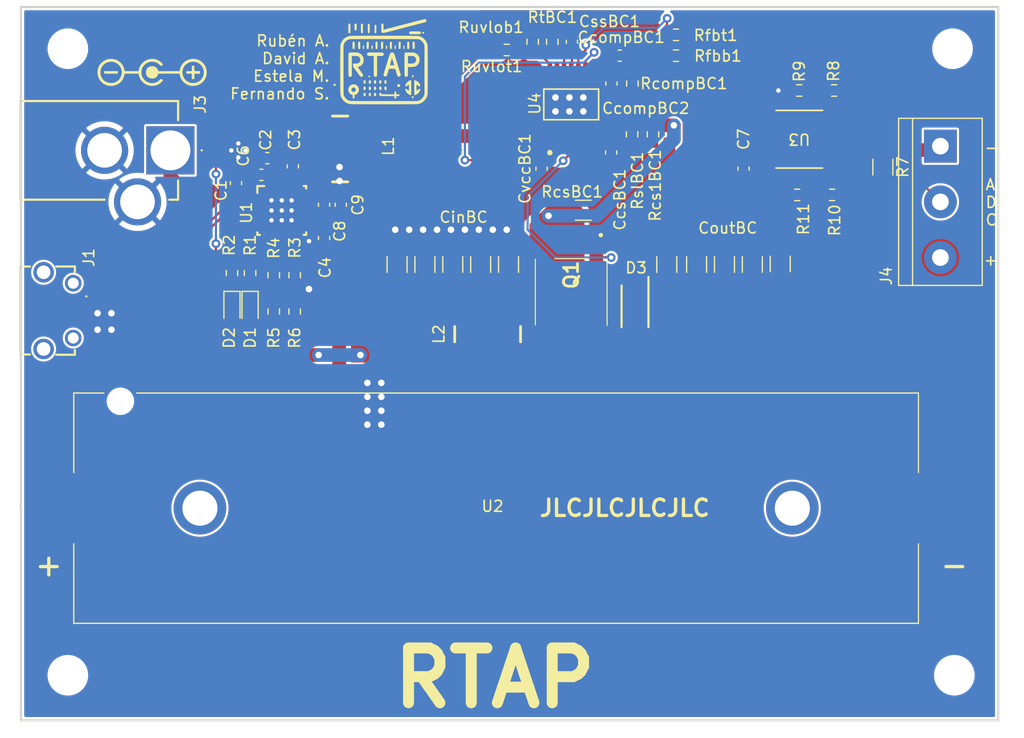
<source format=kicad_pcb>
(kicad_pcb (version 20240108) (generator "pcbnew") (generator_version "8.0")
  (layers (0 "F.Cu" signal) (31 "B.Cu" power) (34 "B.Paste" user) (35 "F.Paste" user) (36 "B.SilkS" user "B.Silkscreen") (37 "F.SilkS" user "F.Silkscreen") (38 "B.Mask" user) (39 "F.Mask" user) (44 "Edge.Cuts" user))
  (net 0 "")
  (net 1 "Net-(U3-'-IN)")
  (net 2 "GND")
  (net 3 "/ConsumoOut")
  (net 4 "/VBUS")
  (net 5 "/Cargador/REGN")
  (net 6 "/Cargador/SW")
  (net 7 "/Cargador/BTST")
  (net 8 "/BAT+")
  (net 9 "/Cargador/PMID")
  (net 10 "+7V")
  (net 11 "/BoostConverter/COMP")
  (net 12 "Net-(CcompBC1-Pad1)")
  (net 13 "Net-(CcsBC1-Pad2)")
  (net 14 "/BoostConverter/SS")
  (net 15 "/BoostConverter/DITHOFF")
  (net 16 "Net-(D1-K)")
  (net 17 "Net-(D2-K)")
  (net 18 "Net-(D3-A)")
  (net 19 "/D-")
  (net 22 "/D+")
  (net 28 "/R+")
  (net 29 "/BoostConverter/GATE")
  (net 30 "Net-(Q1-S)")
  (net 31 "/Cargador/PG_N")
  (net 32 "/Cargador/STAT")
  (net 33 "/Cargador/ICHG")
  (net 34 "/Cargador/ILIM")
  (net 35 "/Cargador/TS")
  (net 36 "Net-(U3-'+IN)")
  (net 37 "/BoostConverter/FB")
  (net 38 "/BoostConverter/CS")
  (net 39 "/BoostConverter/RT")
  (net 40 "/BoostConverter/EN_UVLO_SYNC")
  (net 50 "/BoostConverter/Vin")
  (footprint "Capacitor_SMD:C_0603_1608Metric" (layer "F.Cu") (at 36.9902 28.3162 180)
    (property "Reference" "C6")
    (property "Value" "10u")
  )
  (footprint "Resistor_SMD:R_0603_1608Metric" (layer "F.Cu") (at 40.0252 40.7776 90)
    (property "Reference" "R6")
    (property "Value" "10k")
  )
  (footprint "Resistor_SMD:R_0603_1608Metric" (layer "F.Cu") (at 86.025 20.62 180)
    (property "Reference" "R9")
    (property "Value" "110k")
  )
  (footprint "Capacitor_SMD:C_1206_3216Metric_Pad1.33x1.80mm_HandSolder" (layer "F.Cu") (at 56.98 36.495 -90)
    (property "Reference" "CbiasBC1" (hide yes))
    (property "Value" "10n")
  )
  (footprint "library:PJ202AH" (layer "F.Cu") (at 28.7 26.08 180)
    (property "Reference" "J3")
    (property "Value" "Barrel_Jack_Switch" (hide yes))
  )
  (footprint "library:FDD8647L" (layer "F.Cu") (at 65.235 39.01 180)
    (property "Reference" "Q1")
    (property "Value" "FDD8647L" (hide yes))
  )
  (footprint "Resistor_SMD:R_0603_1608Metric" (layer "F.Cu") (at 89.01 30.145 180)
    (property "Reference" "R10")
    (property "Value" "1k")
  )
  (footprint "Capacitor_SMD:C_0603_1608Metric" (layer "F.Cu") (at 80.945 27.745 -90)
    (property "Reference" "C7")
    (property "Value" "0.1u")
  )
  (footprint "library:SRN6045" (layer "F.Cu") (at 44.1694 25.954)
    (property "Reference" "L1")
    (property "Value" "2.2u" (hide yes))
  )
  (footprint "Resistor_SMD:R_0603_1608Metric" (layer "F.Cu") (at 85.835 30.145 180)
    (property "Reference" "R11")
    (property "Value" "110k")
  )
  (footprint "Capacitor_SMD:C_0603_1608Metric" (layer "F.Cu") (at 42.7052 31.047 -90)
    (property "Reference" "C8")
    (property "Value" "20u")
  )
  (footprint "Resistor_SMD:R_0603_1608Metric" (layer "F.Cu") (at 59.355 16.925)
    (property "Reference" "Ruvlot1")
    (property "Value" "49.9k")
  )
  (footprint "Capacitor_SMD:C_1206_3216Metric_Pad1.33x1.80mm_HandSolder" (layer "F.Cu") (at 73.95 36.495 -90)
    (property "Reference" "CoutBC5" (hide yes))
    (property "Value" "22u")
  )
  (footprint "MountingHole:MountingHole_3.2mm_M3" (layer "F.Cu") (at 100.16 73.96)
    (property "Reference" "REF**" (hide yes))
    (property "Value" "MountingHole_3.2mm_M3" (hide yes))
  )
  (footprint "Resistor_SMD:R_1206_3216Metric" (layer "F.Cu") (at 66.34 31.542 180)
    (property "Reference" "RcsBC1")
    (property "Value" "30m")
  )
  (footprint "library:101181940001LF" (layer "F.Cu") (at 17.49 40.7 -90)
    (property "Reference" "J1")
    (property "Value" "MicroUSB" (hide yes))
  )
  (footprint "Diode_SMD:D_0603_1608Metric_Pad1.05x0.95mm_HandSolder" (layer "F.Cu") (at 35.9612 40.6026 -90)
    (property "Reference" "D1")
    (property "Value" "PGLED")
  )
  (footprint "Capacitor_SMD:C_1206_3216Metric_Pad1.33x1.80mm_HandSolder" (layer "F.Cu") (at 59.52 36.495 90)
    (property "Reference" "CinBC1" (hide yes))
    (property "Value" "10u")
  )
  (footprint "Capacitor_SMD:C_1206_3216Metric_Pad1.33x1.80mm_HandSolder" (layer "F.Cu") (at 51.9 36.495 -90)
    (property "Reference" "CbiasBC3" (hide yes))
    (property "Value" "100n")
  )
  (footprint "library:SODFL4724X108N" (layer "F.Cu") (at 71.0516 40.305 -90)
    (property "Reference" "D3")
    (property "Value" "CMS06_TE12L,Q,M_" (hide yes))
  )
  (footprint "Resistor_SMD:R_0603_1608Metric" (layer "F.Cu") (at 72.69 24.62 90)
    (property "Reference" "Rcs1BC1")
    (property "Value" "100")
  )
  (footprint "Resistor_SMD:R_0603_1608Metric" (layer "F.Cu") (at 63.512134 16.175 90)
    (property "Reference" "RtBC1")
    (property "Value" "48.7k")
  )
  (footprint "library:SRN6045" (layer "F.Cu") (at 57.615 42.845 -90)
    (property "Reference" "L2")
    (property "Value" "6.8u" (hide yes))
  )
  (footprint "library:RGE0024H_NV" (layer "F.Cu") (at 38.849401 31.562)
    (property "Reference" "U1")
    (property "Value" "BQ25606RGER")
  )
  (footprint "Capacitor_SMD:C_1206_3216Metric_Pad1.33x1.80mm_HandSolder" (layer "F.Cu") (at 79.205 36.495 -90)
    (property "Reference" "CoutBC3" (hide yes))
    (property "Value" "10u")
  )
  (footprint "Capacitor_SMD:C_0603_1608Metric" (layer "F.Cu") (at 37.536 26.7922)
    (property "Reference" "C2")
    (property "Value" "4.7u")
  )
  (footprint "library:PWP0014H-IPC_A" (layer "F.Cu") (at 65.235 21.89 90)
    (property "Reference" "U4")
    (property "Value" "LM51561HPWPR")
  )
  (footprint "Capacitor_SMD:C_0603_1608Metric" (layer "F.Cu") (at 68.88 26.27 90)
    (property "Reference" "CcsBC1")
    (property "Value" "1n")
  )
  (footprint "Capacitor_SMD:C_0603_1608Metric" (layer "F.Cu") (at 65.2986 16.175 -90)
    (property "Reference" "CssBC1")
    (property "Value" "100n")
  )
  (footprint "Capacitor_SMD:C_0603_1608Metric" (layer "F.Cu") (at 34.6794 29.0662 90)
    (property "Reference" "C1")
    (property "Value" "1u")
  )
  (footprint "Capacitor_SMD:C_0603_1608Metric" (layer "F.Cu") (at 42.7052 34.082 90)
    (property "Reference" "C4")
    (property "Value" "10u")
  )
  (footprint "Resistor_SMD:R_0603_1608Metric" (layer "F.Cu") (at 35.9612 37.277 90)
    (property "Reference" "R1")
    (property "Value" "2.2k")
  )
  (footprint "MountingHole:MountingHole_3.2mm_M3" (layer "F.Cu") (at 19.35 16.81)
    (property "Reference" "REF**" (hide yes))
    (property "Value" "MountingHole_3.2mm_M3" (hide yes))
  )
  (footprint "MountingHole:MountingHole_3.2mm_M3" (layer "F.Cu") (at 19.35 73.96)
    (property "Reference" "REF**" (hide yes))
    (property "Value" "MountingHole_3.2mm_M3" (hide yes))
  )
  (footprint "Diode_SMD:D_0603_1608Metric_Pad1.05x0.95mm_HandSolder" (layer "F.Cu") (at 34.3102 40.6026 -90)
    (property "Reference" "D2")
    (property "Value" "STATLED")
  )
  (footprint "Capacitor_SMD:C_1206_3216Metric_Pad1.33x1.80mm_HandSolder" (layer "F.Cu") (at 76.665 36.495 -90)
    (property "Reference" "CoutBC4" (hide yes))
    (property "Value" "10u")
  )
  (footprint "Resistor_SMD:R_0603_1608Metric" (layer "F.Cu") (at 38.1202 37.467 90)
    (property "Reference" "R4")
    (property "Value" "165")
  )
  (footprint "Resistor_SMD:R_0603_1608Metric" (layer "F.Cu") (at 38.1202 40.7776 90)
    (property "Reference" "R5")
    (property "Value" "10k")
  )
  (footprint "Resistor_SMD:R_0603_1608Metric" (layer "F.Cu") (at 70.81 19.985 -90)
    (property "Reference" "RcompBC1")
    (property "Value" "3.57k")
  )
  (footprint "Capacitor_SMD:C_0603_1608Metric" (layer "F.Cu") (at 68.905 19.985 90)
    (property "Reference" "CcompBC2")
    (property "Value" "5.6n")
  )
  (footprint "Capacitor_SMD:C_0603_1608Metric" (layer "F.Cu") (at 44.2292 31.047 -90)
    (property "Reference" "C9")
    (property "Value" "20u")
  )
  (footprint "Resistor_SMD:R_0603_1608Metric" (layer "F.Cu") (at 40.0252 37.467 90)
    (property "Reference" "R3")
    (property "Value" "487")
  )
  (footprint "library:12BHC186P1GR" (layer "F.Cu") (at 58.39 58.72)
    (property "Reference" "U2")
    (property "Value" "Bateria" (hide yes))
  )
  (footprint "MountingHole:MountingHole_3.2mm_M3" (layer "F.Cu") (at 99.995 16.81)
    (property "Reference" "REF**" (hide yes))
    (property "Value" "MountingHole_3.2mm_M3" (hide yes))
  )
  (footprint "Resistor_SMD:R_0603_1608Metric" (layer "F.Cu") (at 74.785 15.54)
    (property "Reference" "Rfbt1")
    (property "Value" "15k")
  )
  (footprint "library:D8_TEX-M" (layer "F.Cu") (at 86.025 25.065 180)
    (property "Reference" "U3")
    (property "Value" "OPA187ID")
  )
  (footprint "Resistor_SMD:R_0603_1608Metric" (layer "F.Cu") (at 70.785 24.62 -90)
    (property "Reference" "RslBC1")
    (property "Value" "732")
  )
  (footprint "Capacitor_SMD:C_0603_1608Metric" (layer "F.Cu") (at 39.8604 27.5418 -90)
    (property "Reference" "C3")
    (property "Value" "47n")
  )
  (footprint "Capacitor_SMD:C_1206_3216Metric_Pad1.33x1.80mm_HandSolder" (layer "F.Cu") (at 84.285 36.4425 -90)
    (property "Reference" "CoutBC1" (hide yes))
    (property "Value" "1u")
  )
  (footprint "LOGO" (layer "F.Cu") (at 47.7472 18.334)
    (property "Reference" "G***" (hide yes))
    (property "Value" "LOGO" (hide yes))
  )
  (footprint "TerminalBlock:TerminalBlock_bornier-3_P5.08mm" (layer "F.Cu") (at 98.89 25.7 -90)
    (property "Reference" "J4")
    (property "Value" "Out")
  )
  (footprint "Capacitor_SMD:C_1206_3216Metric_Pad1.33x1.80mm_HandSolder" (layer "F.Cu") (at 49.36 36.495 -90)
    (property "Reference" "CbiasBC4" (hide yes))
    (property "Value" "100n")
  )
  (footprint "Capacitor_SMD:C_0603_1608Metric" (layer "F.Cu") (at 69.655 17.445 180)
    (property "Reference" "CcompBC1")
    (property "Value" "27n")
  )
  (footprint "Capacitor_SMD:C_0603_1608Metric" (layer "F.Cu") (at 62.53 27.745 90)
    (property "Reference" "CvccBC1")
    (property "Value" "1u")
  )
  (footprint "Resistor_SMD:R_0603_1608Metric" (layer "F.Cu") (at 89.2 20.62 180)
    (property "Reference" "R8")
    (property "Value" "1k")
  )
  (footprint "Resistor_SMD:R_0603_1608Metric" (layer "F.Cu") (at 61.725668 16.175 90)
    (property "Reference" "Ruvlob1")
    (property "Value" "47k")
  )
  (footprint "LOGO" (layer "F.Cu") (at 27.0208 18.969)
    (property "Reference" "G***" (hide yes))
    (property "Value" "LOGO" (hide yes))
  )
  (footprint "Resistor_SMD:R_1206_3216Metric" (layer "F.Cu") (at 93.645 27.605 -90)
    (property "Reference" "R7")
    (property "Value" "0.01")
  )
  (footprint "Capacitor_SMD:C_1206_3216Metric_Pad1.33x1.80mm_HandSolder" (layer "F.Cu") (at 81.745 36.495 -90)
    (property "Reference" "CoutBC2" (hide yes))
    (property "Value" "100n")
  )
  (footprint "Resistor_SMD:R_0603_1608Metric" (layer "F.Cu") (at 74.785 17.445 180)
    (property "Reference" "Rfbb1")
    (property "Value" "2.49k")
  )
  (footprint "Resistor_SMD:R_0603_1608Metric" (layer "F.Cu") (at 34.3102 37.277 90)
    (property "Reference" "R2")
    (property "Value" "2.2k")
  )
  (footprint "Capacitor_SMD:C_1206_3216Metric_Pad1.33x1.80mm_HandSolder" (layer "F.Cu") (at 54.44 36.495 -90)
    (property "Reference" "CbiasBC2" (hide yes))
    (property "Value" "10u")
  )
  (gr_poly (pts (xy 35.461 28.8454) (xy 33.5994 28.8454) (xy 33.5994 24.827) (xy 33.6094 24.817) (xy 37.3894 24.817) (xy 37.3894 26.917)) (stroke (width 0.2)) (fill solid) (layer "F.Cu") (net 2))
  (gr_poly (pts (xy 19.2646 39.5016) (xy 22.6646 39.5016) (xy 22.6646 38.4508) (xy 22.0296 38.4508) (xy 21.216678 38.447922) (xy 20.353 39.3116) (xy 19.2646 39.3116)) (stroke (width 0.2)) (fill solid) (layer "F.Cu") (net 4))
  (gr_poly (pts (xy 66.34 37.2316) (xy 66.34 31.7198) (xy 65.764764 30.7419) (xy 63.6349 30.7419) (xy 61.5394 32.8374) (xy 61.5394 37.2316)) (stroke (width 0.2)) (fill solid) (layer "F.Cu") (net 30))
  (gr_poly (pts (xy 38.9944 29.942) (xy 38.9944 28.502) (xy 39.4544 27.872) (xy 40.3344 27.872) (xy 40.3344 28.762) (xy 39.5544 28.762) (xy 39.2044 29.212) (xy 39.2044 29.942)) (stroke (width 0.05)) (fill solid) (layer "F.Cu") (net 7))
  (gr_poly (pts (xy 38.2044 29.942) (xy 38.2044 27.862) (xy 37.3144 27.862) (xy 37.3144 28.792) (xy 38.0044 29.082) (xy 38.0044 29.942)) (stroke (width 0.05)) (fill solid) (layer "F.Cu") (net 9))
  (gr_poly (pts (xy 66.3146 23.8204) (xy 66.3146 23.1092) (xy 66.34 23.1092) (xy 66.7464 23.1092) (xy 66.7464 24.0744) (xy 66.3146 24.0744)) (fill solid) (layer "F.Cu") (net 2))
  (gr_poly (pts (xy 45.1944 31.2118) (xy 45.2072 45.385) (xy 46.78 45.385) (xy 51.1 41.9052) (xy 60.8408 41.9052) (xy 60.838989 37.25) (xy 60.625 37.0284) (xy 47.5058 37.0284) (xy 47.4296 36.9522) (xy 47.4296 30.0688) (xy 46.3374 30.0688)) (stroke (width 0.1)) (fill solid) (layer "F.Cu") (net 50))
  (gr_poly (pts (xy 63.445 23.845) (xy 63.445 25.705) (xy 62.355 25.705) (xy 61.185 25.705) (xy 60.855 25.405) (xy 60.855 24.525) (xy 61.535 23.845)) (stroke (width 0.1)) (fill solid) (layer "F.Cu") (net 50))
  (gr_poly (pts (xy 37.2244 30.422) (xy 37.2244 29.942) (xy 37.7044 29.942) (xy 37.7044 29.3499) (xy 36.887385 29.241758) (xy 34.135258 29.237172) (xy 34.134115 30.422)) (stroke (width 0.05)) (fill solid) (layer "F.Cu") (net 4))
  (gr_poly (pts (xy 40.47 31.2118) (xy 45.1944 31.2118) (xy 45.1944 25.7) (xy 47.455 25.7) (xy 47.455 32.2786) (xy 47.218023 32.2786) (xy 45.989331 32.2786) (xy 45.55 32.2786) (xy 42.3496 32.2786) (xy 41.9686 31.8976) (xy 40.47 31.8976) (xy 40.47 31.2118)) (stroke (width 0.05)) (fill solid) (layer "F.Cu") (net 50))
  (gr_poly (pts (xy 21.335779 43.0736) (xy 23.96 43.0736) (xy 23.96 40.305) (xy 21.42 40.305) (xy 20.785 41.829) (xy 19.9214 41.829) (xy 19.9214 42.1646) (xy 20.365 42.1646)) (stroke (width 0.05)) (fill solid) (layer "F.Cu") (net 2))
  (gr_poly (pts (xy 40.0128 30.907) (xy 44.5468 30.907) (xy 44.7118 30.756892) (xy 44.7118 29.7894) (xy 42.375 29.7894) (xy 41.7146 30.2212) (xy 40.4446 30.2212) (xy 40.0128 30.2466)) (stroke (width 0.05)) (fill solid) (layer "F.Cu") (net 2))
  (gr_poly (pts (xy 66.968172 31.415) (xy 66.046462 29.854338) (xy 67.0004 26.4366) (xy 71.3184 26.4366) (xy 77.008 32.1262) (xy 94.5086 32.1262) (xy 94.5086 35.86) (xy 70.62625 35.86) (xy 66.97363 32.937904)) (stroke (width 0.2)) (fill solid) (layer "F.Cu") (net 2))
  (gr_poly (pts (xy 38.7444 29.942) (xy 38.7344 26.322) (xy 38.4094 26.0999) (xy 38.2194 26.0999) (xy 37.8444 26.322) (xy 37.8444 27.202) (xy 38.5144 27.712) (xy 38.5144 29.942)) (stroke (width 0.05)) (fill solid) (layer "F.Cu") (net 5))
  (gr_poly (pts (xy 48.4584 32.6596) (xy 53.4114 27.7066) (xy 64.8922 27.7066) (xy 64.6128 27.986) (xy 65.705642 26.79) (xy 65.7304 24.6332) (xy 66.0506 24.6332) (xy 66.0506 26.3858) (xy 69.7182 26.3858) (xy 69.6674 30.3736) (xy 62.8094 30.3736) (xy 60.5234 32.6596)) (stroke (width 0.1)) (fill solid) (layer "F.Cu") (net 2))
  (gr_rect (start 39.4044 26.352) (end 41.7644 27.242) (stroke (width 0.2)) (fill solid) (layer "F.Cu") (net 6))
  (gr_poly (pts (xy 41.232 32.2024) (xy 41.7654 32.2024) (xy 42.1718 32.5834) (xy 43.1878 32.5834) (xy 43.1878 33.7772) (xy 42.375 33.7772) (xy 41.5368 32.939) (xy 40.47 32.939) (xy 40.47 32.2024)) (stroke (width 0.05)) (fill solid) (layer "F.Cu") (net 8))
  (gr_poly (pts (xy 65.6796 23.7696) (xy 65.6796 23.0584) (xy 65.705 23.0584) (xy 66.086 23.0584) (xy 66.086 24.0236) (xy 65.6796 24.0236)) (fill solid) (layer "F.Cu") (net 2))
  (gr_poly (pts (xy 39.5048 29.9164) (xy 39.5048 29.3576) (xy 39.7588 29.0574) (xy 40.6478 29.0574) (xy 40.9018 27.992) (xy 43.1444 27.992) (xy 43.1444 28.9512) (xy 41.553271 29.9164)) (stroke (width 0.05)) (fill solid) (layer "F.Cu") (net 6))
  (gr_poly (pts (xy 48.4584 35.5806) (xy 48.4584 32.6596) (xy 60.5234 32.61) (xy 60.5234 35.5806) (xy 60.498 35.606) (xy 48.4838 35.606)) (stroke (width 0.2)) (fill solid) (layer "F.Cu") (net 2))
  (gr_poly (pts (xy 70.15 37.13) (xy 70.15 39.4034) (xy 71.6866 40.94) (xy 97.455 40.94) (xy 101.7476 36.6474) (xy 101.7476 33.2184) (xy 97.8868 33.2184) (xy 96.82 34.2852) (xy 96.82 36.495) (xy 96.185 37.13)) (stroke (width 0.2)) (fill solid) (layer "F.Cu") (net 10))
  (gr_rect (start 38.4788 32.8374) (end 38.7174 33.7264) (fill solid) (layer "F.Cu") (net 2))
  (gr_poly (pts (xy 36.6544 32.932) (xy 37.2444 32.932) (xy 37.6044 32.912) (xy 37.5998 32.558) (xy 37.4982 32.558) (xy 37.295 32.6958) (xy 36.6554 32.7058)) (fill solid) (layer "F.Cu") (net 2))
  (gr_poly (pts (xy 69.1848 37.9174) (xy 69.251348 40.041348) (xy 70.785 41.575) (xy 81.7324 41.575) (xy 81.7324 46.655) (xy 54.275 46.655) (xy 54.275 42.5148) (xy 61.26 42.5148) (xy 61.5648 42.21) (xy 61.5648 37.9174)) (stroke (width 0.2)) (fill solid) (layer "F.Cu") (net 18))
  (gr_rect (start 15.07 13) (end 104.165 78.075) (stroke (width 0.2)) (fill none) (layer "Edge.Cuts"))
  (gr_text "Rubén A.\nDavid A.\nEstela M.\nFernando S." (at 43.3022 21.509 0) (layer "F.SilkS") (effects (font (size 1 1)) (justify right bottom)))
  (gr_text "RTAP" (at 48.56 77.135 0) (layer "F.SilkS") (effects (font (size 5 5) (thickness 1) (bold yes)) (justify left bottom)))
  (gr_text "+" (at 16.175 65.07 0) (layer "F.SilkS") (effects (font (size 2 2) (thickness 0.3)) (justify left bottom)))
  (gr_text "CoutBC" (at 76.7158 33.7518 0) (layer "F.SilkS") (effects (font (size 1 1)) (justify left bottom)))
  (gr_text "CinBC" (at 53.132 32.7612 0) (layer "F.SilkS") (effects (font (size 1 1)) (justify left bottom)))
  (gr_text "+" (at 102.7636 36.6728 0) (layer "F.SilkS") (effects (font (size 1 1)) (justify left bottom)))
  (gr_text "-" (at 102.8398 26.4112 0) (layer "F.SilkS") (effects (font (size 1 1)) (justify left bottom)))
  (gr_text "-" (at 98.725 65.07 0) (layer "F.SilkS") (effects (font (size 2 2) (thickness 0.3)) (justify left bottom)))
  (gr_text "JLCJLCJLCJLC" (at 62.1998 59.5836 0) (layer "F.SilkS") (effects (font (size 1.5 1.5) (thickness 0.3) (bold yes)) (justify left bottom)))
  (gr_text "A\nD\nC" (at 102.916 33.0152 0) (layer "F.SilkS") (effects (font (size 1 1)) (justify left bottom)))
  (segment (start 86.66 27.3383) (end 86.66 30.145) (width 0.2) (layer "F.Cu") (net 1))
  (segment (start 86.66 30.145) (end 88.185 30.145) (width 0.2) (layer "F.Cu") (net 1))
  (segment (start 88.2983 25.7) (end 86.66 27.3383) (width 0.2) (layer "F.Cu") (net 1))
  (segment (start 88.85075 25.7) (end 88.2983 25.7) (width 0.2) (layer "F.Cu") (net 1))
  (segment (start 40.881082 38.292) (end 41.326082 38.737) (width 1.25) (layer "F.Cu") (net 2))
  (segment (start 46.655 47.29) (end 46.655 48.56) (width 1.25) (layer "F.Cu") (net 2))
  (segment (start 47.925 47.29) (end 46.655 48.56) (width 1.25) (layer "F.Cu") (net 2))
  (segment (start 47.925 51.1) (end 47.925 53.64) (width 1.25) (layer "F.Cu") (net 2))
  (segment (start 91.105 23.795) (end 91.105 29.51) (width 1.25) (layer "F.Cu") (net 2))
  (segment (start 46.655 47.29) (end 47.925 47.29) (width 1.25) (layer "F.Cu") (net 2))
  (segment (start 46.655 52.37) (end 47.925 51.1) (width 1.25) (layer "F.Cu") (net 2))
  (segment (start 44.115 29.3372) (end 44.115 28.875) (width 1.25) (layer "F.Cu") (net 2))
  (segment (start 76.02 33.8) (end 75.865 33.955) (width 1.25) (layer "F.Cu") (net 2))
  (segment (start 34.6794 27.687) (end 34.6794 28.2912) (width 1.25) (layer "F.Cu") (net 2))
  (segment (start 44.115 27.605) (end 44.115 30.1578) (width 1.25) (layer "F.Cu") (net 2))
  (segment (start 35.5244 26.087) (end 34.2544 26.087) (width 1.25) (layer "F.Cu") (net 2))
  (segment (start 98.49 58.72) (end 98.49 57.4182) (width 1.25) (layer "F.Cu") (net 2))
  (segment (start 42.7052 34.857) (end 41.8292 34.857) (width 1.25) (layer "F.Cu") (net 2))
  (segment (start 93.645 34.4376) (end 93.2026 34.88) (width 1.25) (layer "F.Cu") (net 2))
  (segment (start 91.105 29.51) (end 91.74 30.145) (width 1.25) (layer "F.Cu") (net 2))
  (segment (start 93.2026 34.88) (end 84.285 34.88) (width 1.25) (layer "F.Cu") (net 2))
  (segment (start 36.6812 26.872) (end 36.761 26.7922) (width 1.25) (layer "F.Cu") (net 2))
  (segment (start 34.8894 27.477) (end 34.6794 27.687) (width 1.25) (layer "F.Cu") (net 2))
  (segment (start 84.12 20.62) (end 85.173 20.62) (width 1.25) (layer "F.Cu") (net 2))
  (segment (start 35.6444 26.722) (end 34.8894 26.722) (width 1.25) (layer "F.Cu") (net 2))
  (segment (start 36.2152 28.3162) (end 34.7044 28.3162) (width 1.25) (layer "F.Cu") (net 2))
  (segment (start 42.7052 30.272) (end 43.1802 30.272) (width 1.25) (layer "F.Cu") (net 2))
  (segment (start 98.49 57.4182) (end 93.5434 52.4716) (width 1.25) (layer "F.Cu") (net 2))
  (segment (start 93.645 29.0675) (end 93.645 30.78) (width 1.25) (layer "F.Cu") (net 2))
  (segment (start 43.1802 30.272) (end 44.115 29.3372) (width 1.25) (layer "F.Cu") (net 2))
  (segment (start 90.47 23.16) (end 91.105 23.795) (width 1.25) (layer "F.Cu") (net 2))
  (segment (start 47.925 48.56) (end 47.925 49.83) (width 1.25) (layer "F.Cu") (net 2))
  (segment (start 89.835 30.145) (end 91.74 30.145) (width 1.25) (layer "F.Cu") (net 2))
  (segment (start 46.655 51.1) (end 46.655 49.83) (width 1.25) (layer "F.Cu") (net 2))
  (segment (start 93.5434 52.4716) (end 46.7566 52.4716) (width 1.25) (layer "F.Cu") (net 2))
  (segment (start 47.925 49.83) (end 46.655 51.1) (width 1.25) (layer "F.Cu") (net 2))
  (segment (start 88.85075 23.16) (end 90.47 23.16) (width 1.25) (layer "F.Cu") (net 2))
  (segment (start 35.4944 26.692) (end 35.5244 26.087) (width 1.25) (layer "F.Cu") (net 2))
  (segment (start 34.8894 26.722) (end 34.8894 27.477) (width 1.25) (layer "F.Cu") (net 2))
  (segment (start 40.0252 38.292) (end 40.881082 38.292) (width 1.25) (layer "F.Cu") (net 2))
  (segment (start 34.7044 28.3162) (end 34.6794 28.2912) (width 1.25) (layer "F.Cu") (net 2))
  (segment (start 75.865 33.955) (end 76.02 34.11) (width 1.25) (layer "F.Cu") (net 2))
  (segment (start 47.925 47.29) (end 47.925 49.83) (width 1.25) (layer "F.Cu") (net 2))
  (segment (start 80.945 28.52) (end 80.945 34.1325) (width 1.25) (layer "F.Cu") (net 2))
  (segment (start 49.36 34.9325) (end 59.52 34.9325) (width 1.25) (layer "F.Cu") (net 2))
  (segment (start 34.8894 25.452) (end 34.8894 26.087) (width 1.25) (layer "F.Cu") (net 2))
  (segment (start 93.645 30.78) (end 93.645 34.4376) (width 1.25) (layer "F.Cu") (net 2))
  (segment (start 93.41 53.64) (end 47.925 53.64) (width 1.25) (layer "F.Cu") (net 2))
  (segment (start 46.7566 52.4716) (end 46.655 52.37) (width 1.25) (layer "F.Cu") (net 2))
  (segment (start 41.8292 34.857) (end 41.3336 34.3614) (width 1.25) (layer "F.Cu") (net 2))
  (segment (start 93.01 30.145) (end 93.645 30.78) (width 1.25) (layer "F.Cu") (net 2))
  (segment (start 80.945 34.1325) (end 81.745 34.9325) (width 1.25) (layer "F.Cu") (net 2))
  (segment (start 38.1202 39.9526) (end 38.1202 38.292) (width 1.25) (layer "F.Cu") (net 2))
  (segment (start 34.2544 26.087) (end 34.8894 25.452) (width 1.25) (layer "F.Cu") (net 2))
  (segment (start 46.655 49.83) (end 46.655 48.56) (width 1.25) (layer "F.Cu") (net 2))
  (segment (start 35.4944 26.872) (end 36.6812 26.872) (width 1.25) (layer "F.Cu") (net 2))
  (segment (start 76.02 20.62) (end 76.02 33.8) (width 1.25) (layer "F.Cu") (net 2))
  (segment (start 35.4944 26.872) (end 35.9604 27.338) (width 1.25) (layer "F.Cu") (net 2))
  (segment (start 47.925 53.64) (end 46.655 53.64) (width 1.25) (layer "F.Cu") (net 2))
  (segment (start 47.925 47.29) (end 47.925 48.56) (width 1.25) (layer "F.Cu") (net 2))
  (segment (start 36.761 26.7922) (end 36.2152 27.338) (width 1.25) (layer "F.Cu") (net 2))
  (segment (start 47.925 49.83) (end 47.925 51.1) (width 1.25) (layer "F.Cu") (net 2))
  (segment (start 76.02 17.855) (end 76.02 20.62) (width 1.25) (layer "F.Cu") (net 2))
  (segment (start 46.655 48.56) (end 47.925 49.83) (width 1.25) (layer "F.Cu") (net 2))
  (segment (start 91.74 30.145) (end 93.01 30.145) (width 1.25) (layer "F.Cu") (net 2))
  (segment (start 98.49 58.72) (end 93.41 53.64) (width 1.25) (layer "F.Cu") (net 2))
  (segment (start 46.655 53.64) (end 46.655 51.1) (width 1.25) (layer "F.Cu") (net 2))
  (segment (start 35.9604 27.338) (end 36.2152 27.338) (width 1.25) (layer "F.Cu") (net 2))
  (segment (start 36.2152 27.338) (end 36.2152 28.3162) (width 1.25) (layer "F.Cu") (net 2))
  (segment (start 40.0252 38.292) (end 38.1202 38.292) (width 1.25) (layer "F.Cu") (net 2))
  (segment (start 35.4944 26.872) (end 35.4944 26.692) (width 1.25) (layer "F.Cu") (net 2))
  (segment (start 75.61 17.445) (end 76.02 17.855) (width 1.25) (layer "F.Cu") (net 2))
  (segment (start 35.4944 26.872) (end 35.6444 26.722) (width 1.25) (layer "F.Cu") (net 2))
  (via (at 46.655 51.1) (size 1.2) (drill 0.6) (layers "F.Cu" "B.Cu") (net 2))
  (via (at 55.545 33.32) (size 1.2) (drill 0.6) (layers "F.Cu" "B.Cu") (net 2))
  (via (at 22.055 42.44) (size 1.2) (drill 0.6) (layers "F.Cu" "B.Cu") (net 2))
  (via (at 37.9144 30.642) (size 0.8) (drill 0.4) (layers "F.Cu" "B.Cu") (net 2))
  (via (at 65.07 21.255) (size 1.2) (drill 0.6) (layers "F.Cu" "B.Cu") (net 2))
  (via (at 63.8 22.525) (size 1.2) (drill 0.6) (layers "F.Cu" "B.Cu") (net 2))
  (via (at 54.275 33.32) (size 1.2) (drill 0.6) (layers "F.Cu" "B.Cu") (net 2))
  (via (at 63.8 21.255) (size 1.2) (drill 0.6) (layers "F.Cu" "B.Cu") (net 2))
  (via (at 66.34 21.255) (size 1.2) (drill 0.6) (layers "F.Cu" "B.Cu") (net 2))
  (via (at 41.326082 38.737) (size 1.2) (drill 0.6) (layers "F.Cu" "B.Cu") (net 2))
  (via (at 49.195 33.32) (size 1.2) (drill 0.6) (layers "F.Cu" "B.Cu") (net 2))
  (via (at 58.085 33.32) (size 1.2) (drill 0.6) (layers "F.Cu" "B.Cu") (net 2))
  (via (at 84.12 20.62) (size 0.8) (drill 0.4) (layers "F.Cu" "B.Cu") (net 2))
  (via (at 39.7444 31.562) (size 0.8) (drill 0.4) (layers "F.Cu" "B.Cu") (net 2))
  (via (at 47.925 51.1) (size 1.2) (drill 0.6) (layers "F.Cu" "B.Cu") (net 2))
  (via (at 38.849401 31.562) (size 0.8) (drill 0.4) (layers "F.Cu" "B.Cu") (net 2))
  (via (at 56.815 33.32) (size 1.2) (drill 0.6) (layers "F.Cu" "B.Cu") (net 2))
  (via (at 39.7444 30.642) (size 0.8) (drill 0.4) (layers "F.Cu" "B.Cu") (net 2))
  (via (at 41.3336 34.3614) (size 0.8) (drill 0.4) (layers "F.Cu" "B.Cu") (net 2))
  (via (at 59.355 33.32) (size 1.2) (drill 0.6) (layers "F.Cu" "B.Cu") (net 2))
  (via (at 34.2544 26.087) (size 0.8) (drill 0.4) (layers "F.Cu" "B.Cu") (net 2))
  (via (at 23.325 42.44) (size 1.2) (drill 0.6) (layers "F.Cu" "B.Cu") (net 2))
  (via (at 23.325 40.94) (size 1.2) (drill 0.6) (layers "F.Cu" "B.Cu") (net 2))
  (via (at 53.005 33.32) (size 1.2) (drill 0.6) (layers "F.Cu" "B.Cu") (net 2))
  (via (at 65.07 22.525) (size 1.2) (drill 0.6) (layers "F.Cu" "B.Cu") (net 2))
  (via (at 46.655 49.83) (size 1.2) (drill 0.6) (layers "F.Cu" "B.Cu") (net 2))
  (via (at 38.849401 32.462) (size 0.8) (drill 0.4) (layers "F.Cu" "B.Cu") (net 2))
  (via (at 66.34 22.525) (size 1.2) (drill 0.6) (layers "F.Cu" "B.Cu") (net 2))
  (via (at 35.5244 26.087) (size 0.8) (drill 0.4) (layers "F.Cu" "B.Cu") (net 2))
  (via (at 39.7444 32.462) (size 0.8) (drill 0.4) (layers "F.Cu" "B.Cu") (net 2))
  (via (at 38.849401 30.642) (size 0.8) (drill 0.4) (layers "F.Cu" "B.Cu") (net 2))
  (via (at 37.9144 32.462) (size 0.8) (drill 0.4) (layers "F.Cu" "B.Cu") (net 2))
  (via (at 37.9144 31.562) (size 0.8) (drill 0.4) (layers "F.Cu" "B.Cu") (net 2))
  (via (at 47.925 49.83) (size 1.2) (drill 0.6) (layers "F.Cu" "B.Cu") (net 2))
  (via (at 34.8894 25.452) (size 0.8) (drill 0.4) (layers "F.Cu" "B.Cu") (net 2))
  (via (at 47.925 48.56) (size 1.2) (drill 0.6) (layers "F.Cu" "B.Cu") (net 2))
  (via (at 46.655 47.29) (size 1.2) (drill 0.6) (layers "F.Cu" "B.Cu") (net 2))
  (via (at 51.735 33.32) (size 1.2) (drill 0.6) (layers "F.Cu" "B.Cu") (net 2))
  (via (at 22.055 40.94) (size 1.2) (drill 0.6) (layers "F.Cu" "B.Cu") (net 2))
  (via (at 50.465 33.32) (size 1.2) (drill 0.6) (layers "F.Cu" "B.Cu") (net 2))
  (via (at 47.925 47.29) (size 1.2) (drill 0.6) (layers "F.Cu" "B.Cu") (net 2))
  (via (at 46.655 48.56) (size 1.2) (drill 0.6) (layers "F.Cu" "B.Cu") (net 2))
  (via (at 44.115 28.875) (size 1.2) (drill 0.6) (layers "F.Cu" "B.Cu") (net 2))
  (via (at 34.8894 26.722) (size 0.8) (drill 0.4) (layers "F.Cu" "B.Cu") (net 2))
  (via (at 44.115 27.605) (size 1.2) (drill 0.6) (layers "F.Cu" "B.Cu") (net 2))
  (segment (start 86.025 21.89) (end 86.025 19.803676) (width 0.2) (layer "F.Cu") (net 3))
  (segment (start 93.197628 27.605) (end 95.715 27.605) (width 0.2) (layer "F.Cu") (net 3))
  (segment (start 95.715 27.605) (end 98.89 30.78) (width 0.2) (layer "F.Cu") (net 3))
  (segment (start 85.01 25.6883) (end 85.01 26.335) (width 0.2) (layer "F.Cu") (net 3))
  (segment (start 92.375 23.795) (end 92.375 26.782372) (width 0.2) (layer "F.Cu") (net 3))
  (segment (start 85.01 26.335) (end 85.01 30.145) (width 0.2) (layer "F.Cu") (net 3))
  (segment (start 86.025 19.803676) (end 86.478676 19.35) (width 0.2) (layer "F.Cu") (net 3))
  (segment (start 83.7517 24.43) (end 85.01 25.6883) (width 0.2) (layer "F.Cu") (net 3))
  (segment (start 85.01 22.905) (end 86.025 21.89) (width 0.2) (layer "F.Cu") (net 3))
  (segment (start 92.375 26.782372) (end 93.197628 27.605) (width 0.2) (layer "F.Cu") (net 3))
  (segment (start 83.19925 24.43) (end 83.7517 24.43) (width 0.2) (layer "F.Cu") (net 3))
  (segment (start 85.01 26.335) (end 85.01 22.905) (width 0.2) (layer "F.Cu") (net 3))
  (segment (start 89.173 19.958) (end 89.173 21.228) (width 0.2) (layer "F.Cu") (net 3))
  (segment (start 88.565 19.35) (end 89.173 19.958) (width 0.2) (layer "F.Cu") (net 3))
  (segment (start 89.173 21.228) (end 89.67584 21.73084) (width 0.2) (layer "F.Cu") (net 3))
  (segment (start 86.478676 19.35) (end 88.565 19.35) (width 0.2) (layer "F.Cu") (net 3))
  (segment (start 89.67584 21.73084) (end 90.31084 21.73084) (width 0.2) (layer "F.Cu") (net 3))
  (segment (start 90.31084 21.73084) (end 92.375 23.795) (width 0.2) (layer "F.Cu") (net 3))
  (segment (start 24.087 38.9842) (end 22.563 38.9842) (width 1.25) (layer "F.Cu") (net 4))
  (segment (start 24.087 38.9842) (end 33.23 29.8412) (width 1.25) (layer "F.Cu") (net 4))
  (segment (start 28.69 28.525) (end 28.69 25.7) (width 1.25) (layer "F.Cu") (net 4))
  (segment (start 34.6794 29.8412) (end 30.0062 29.8412) (width 1.25) (layer "F.Cu") (net 4))
  (segment (start 30.0062 29.8412) (end 28.69 28.525) (width 1.25) (layer "F.Cu") (net 4))
  (segment (start 33.23 29.8412) (end 34.6794 29.8412) (width 1.25) (layer "F.Cu") (net 4))
  (segment (start 36.8502 40.452) (end 37.3008 40.9026) (width 0.2) (layer "F.Cu") (net 5))
  (segment (start 36.8502 37.803352) (end 36.8502 40.452) (width 0.2) (layer "F.Cu") (net 5))
  (segment (start 33.42611 24.3745) (end 37.6205 24.3745) (width 0.2) (layer "F.Cu") (net 5))
  (segment (start 38.311 25.065) (end 38.311 26.7922) (width 0.2) (layer "F.Cu") (net 5))
  (segment (start 37.6205 24.3745) (end 38.311 25.065) (width 0.2) (layer "F.Cu") (net 5))
  (segment (start 32.85 24.95061) (end 33.42611 24.3745) (width 0.2) (layer "F.Cu") (net 5))
  (segment (start 32.85 34.59) (end 32.85 36.4518) (width 0.2) (layer "F.Cu") (net 5))
  (segment (start 37.3008 40.9026) (end 39.3252 40.9026) (width 0.2) (layer "F.Cu") (net 5))
  (segment (start 32.85 36.4518) (end 33.6752 37.277) (width 0.2) (layer "F.Cu") (net 5))
  (segment (start 39.3252 40.9026) (end 40.0252 41.6026) (width 0.2) (layer "F.Cu") (net 5))
  (segment (start 36.323848 37.277) (end 36.8502 37.803352) (width 0.2) (layer "F.Cu") (net 5))
  (segment (start 32.85 28.24) (end 32.85 24.95061) (width 0.2) (layer "F.Cu") (net 5))
  (segment (start 33.6752 37.277) (end 36.323848 37.277) (width 0.2) (layer "F.Cu") (net 5))
  (via (at 32.85 34.59) (size 0.8) (drill 0.4) (layers "F.Cu" "B.Cu") (net 5))
  (via (at 32.85 28.24) (size 0.8) (drill 0.4) (layers "F.Cu" "B.Cu") (net 5))
  (segment (start 32.85 34.59) (end 32.85 28.24) (width 0.2) (layer "B.Cu") (net 5))
  (segment (start 44.0822 34.267842) (end 44.0822 53.2028) (width 1.25) (layer "F.Cu") (net 8))
  (segment (start 23.37 53.64) (end 18.29 58.72) (width 1.25) (layer "F.Cu") (net 8))
  (segment (start 43.645 53.64) (end 23.37 53.64) (width 1.25) (layer "F.Cu") (net 8))
  (segment (start 44.0822 53.2028) (end 43.645 53.64) (width 1.25) (layer "F.Cu") (net 8))
  (segment (start 42.7052 33.307) (end 43.121358 33.307) (width 1.25) (layer "F.Cu") (net 8))
  (segment (start 43.121358 33.307) (end 44.0822 34.267842) (width 1.25) (layer "F.Cu") (net 8))
  (segment (start 98.89 35.86) (end 96.545 38.205) (width 1.25) (layer "F.Cu") (net 10))
  (segment (start 77.77 21.762) (end 77.77 15.54) (width 1.25) (layer "F.Cu") (net 10))
  (segment (start 93.38 15.54) (end 101.215 23.375) (width 1.25) (layer "F.Cu") (net 10))
  (segment (start 77.77 25.7) (end 77.77 21.762) (width 1.25) (layer "F.Cu") (net 10))
  (segment (start 80.945 26.97) (end 79.04 26.97) (width 1.25) (layer "F.Cu") (net 10))
  (segment (start 77.77 15.54) (end 79.04 15.54) (width 1.25) (layer "F.Cu") (net 10))
  (segment (start 81.58 25.7) (end 83.19925 25.7) (width 1.25) (layer "F.Cu") (net 10))
  (segment (start 79.04 26.97) (end 77.77 25.7) (width 1.25) (layer "F.Cu") (net 10))
  (segment (start 80.945 26.335) (end 81.58 25.7) (width 1.25) (layer "F.Cu") (net 10))
  (segment (start 80.945 26.97) (end 80.945 26.335) (width 1.25) (layer "F.Cu") (net 10))
  (segment (start 75.61 15.54) (end 77.77 15.54) (width 1.25) (layer "F.Cu") (net 10))
  (segment (start 79.04 15.54) (end 93.38 15.54) (width 1.25) (layer "F.Cu") (net 10))
  (segment (start 101.215 23.375) (end 101.215 33.535) (width 1.25) (layer "F.Cu") (net 10))
  (segment (start 68.905 17.47) (end 68.88 17.445) (width 0.2) (layer "F.Cu") (net 11))
  (segment (start 68.905 19.21) (end 68.905 17.47) (width 0.2) (layer "F.Cu") (net 11))
  (segment (start 68.905 19.21) (end 67.380385 19.21) (width 0.2) (layer "F.Cu") (net 11))
  (segment (start 67.380385 19.21) (end 67.185001 19.014616) (width 0.2) (layer "F.Cu") (net 11))
  (segment (start 70.81 17.825) (end 70.43 17.445) (width 0.2) (layer "F.Cu") (net 12))
  (segment (start 70.81 19.16) (end 70.81 17.825) (width 0.2) (layer "F.Cu") (net 12))
  (segment (start 70.925 25.585) (end 70.785 25.445) (width 0.2) (layer "F.Cu") (net 13))
  (segment (start 72.69 25.445) (end 68.93 25.445) (width 0.2) (layer "F.Cu") (net 13))
  (segment (start 68.93 25.445) (end 68.88 25.495) (width 0.2) (layer "F.Cu") (net 13))
  (segment (start 70.785 25.445) (end 68.93 25.445) (width 0.2) (layer "F.Cu") (net 13))
  (segment (start 72.69 25.445) (end 70.785 25.445) (width 0.2) (layer "F.Cu") (net 13))
  (segment (start 65.2986 18.951016) (end 65.235 19.014616) (width 0.2) (layer "F.Cu") (net 14))
  (segment (start 65.2986 16.95) (end 65.2986 18.951016) (width 0.2) (layer "F.Cu") (net 14))
  (segment (start 64.584999 25.9431) (end 63.558099 26.97) (width 0.2) (layer "F.Cu") (net 15))
  (segment (start 66.535 17.92208) (end 66.535 19.014616) (width 0.2) (layer "F.Cu") (net 15))
  (segment (start 63.558099 26.97) (end 62.53 26.97) (width 0.2) (layer "F.Cu") (net 15))
  (segment (start 62.53 26.97) (end 55.545 26.97) (width 0.2) (layer "F.Cu") (net 15))
  (segment (start 64.584999 24.765384) (end 64.584999 25.9431) (width 0.2) (layer "F.Cu") (net 15))
  (segment (start 67.320156 17.136924) (end 66.535 17.92208) (width 0.2) (layer "F.Cu") (net 15))
  (via (at 55.545 26.97) (size 0.8) (drill 0.4) (layers "F.Cu" "B.Cu") (net 15))
  (via (at 67.320156 17.136924) (size 0.8) (drill 0.4) (layers "F.Cu" "B.Cu") (net 15))
  (segment (start 56.815 18.08) (end 55.545 19.35) (width 0.2) (layer "B.Cu") (net 15))
  (segment (start 66.37708 18.08) (end 58.085 18.08) (width 0.2) (layer "B.Cu") (net 15))
  (segment (start 67.320156 17.136924) (end 66.37708 18.08) (width 0.2) (layer "B.Cu") (net 15))
  (segment (start 55.545 19.35) (end 55.545 26.97) (width 0.2) (layer "B.Cu") (net 15))
  (segment (start 58.085 18.08) (end 56.815 18.08) (width 0.2) (layer "B.Cu") (net 15))
  (segment (start 35.9612 39.7276) (end 35.9612 38.102) (width 0.2) (layer "F.Cu") (net 16))
  (segment (start 34.3102 39.7276) (end 34.3102 38.102) (width 0.2) (layer "F.Cu") (net 17))
  (segment (start 62.45 44.995) (end 65.235 42.21) (width 1.25) (layer "F.Cu") (net 18))
  (segment (start 57.615 44.995) (end 62.45 44.995) (width 1.25) (layer "F.Cu") (net 18))
  (segment (start 71.0516 42.405) (end 65.43 42.405) (width 1.25) (layer "F.Cu") (net 18))
  (segment (start 65.43 42.405) (end 65.235 42.21) (width 1.25) (layer "F.Cu") (net 18))
  (segment (start 25.296162 40.238838) (end 33.723 31.812) (width 0.2) (layer "F.Cu") (net 19))
  (segment (start 19.84 40.05) (end 18.965 40.05) (width 0.2) (layer "F.Cu") (net 19))
  (segment (start 23.248 44.827) (end 25.296162 42.778838) (width 0.2) (layer "F.Cu") (net 19))
  (segment (start 25.296162 42.778838) (end 25.296162 40.238838) (width 0.2) (layer "F.Cu") (net 19))
  (segment (start 19.129552 44.827) (end 23.248 44.827) (width 0.2) (layer "F.Cu") (net 19))
  (segment (start 18.4555 40.5595) (end 18.4555 44.152948) (width 0.2) (layer "F.Cu") (net 19))
  (segment (start 33.723 31.812) (end 36.949402 31.812) (width 0.2) (layer "F.Cu") (net 19))
  (segment (start 18.965 40.05) (end 18.4555 40.5595) (width 0.2) (layer "F.Cu") (net 19))
  (segment (start 18.4555 44.152948) (end 19.129552 44.827) (width 0.2) (layer "F.Cu") (net 19))
  (segment (start 24.969162 42.584162) (end 24.969162 39.930838) (width 0.2) (layer "F.Cu") (net 22))
  (segment (start 19.265 44.5) (end 23.053323 44.5) (width 0.2) (layer "F.Cu") (net 22))
  (segment (start 18.965 40.7) (end 18.7825 40.8825) (width 0.2) (layer "F.Cu") (net 22))
  (segment (start 23.053323 44.5) (end 24.969162 42.584162) (width 0.2) (layer "F.Cu") (net 22))
  (segment (start 18.7825 44.0175) (end 19.265 44.5) (width 0.2) (layer "F.Cu") (net 22))
  (segment (start 19.84 40.7) (end 18.965 40.7) (width 0.2) (layer "F.Cu") (net 22))
  (segment (start 33.588 31.312) (end 36.949402 31.312) (width 0.2) (layer "F.Cu") (net 22))
  (segment (start 18.7825 40.8825) (end 18.7825 44.0175) (width 0.2) (layer "F.Cu") (net 22))
  (segment (start 24.969162 39.930838) (end 33.588 31.312) (width 0.2) (layer "F.Cu") (net 22))
  (segment (start 93.645 26.055) (end 98.535 26.055) (width 1.25) (layer "F.Cu") (net 28))
  (segment (start 90.025 20.62) (end 93.01 20.62) (width 1.25) (layer "F.Cu") (net 28))
  (segment (start 93.645 21.255) (end 93.645 26.055) (width 1.25) (layer "F.Cu") (net 28))
  (segment (start 93.01 20.62) (end 93.645 21.255) (width 1.25) (layer "F.Cu") (net 28))
  (segment (start 98.535 26.055) (end 98.89 25.7) (width 1.25) (layer "F.Cu") (net 28))
  (segment (start 64.501269 27.026525) (end 65.235 26.292794) (width 0.2) (layer "F.Cu") (net 29))
  (segment (start 65.235 26.292794) (end 65.235 24.765384) (width 0.2) (layer "F.Cu") (net 29))
  (segment (start 68.88 35.86) (end 68.83 35.81) (width 0.2) (layer "F.Cu") (net 29))
  (segment (start 68.83 35.81) (end 67.515 35.81) (width 0.2) (layer "F.Cu") (net 29))
  (via (at 68.88 35.86) (size 0.8) (drill 0.4) (layers "F.Cu" "B.Cu") (net 29))
  (via (at 64.501269 27.026525) (size 0.8) (drill 0.4) (layers "F.Cu" "B.Cu") (net 29))
  (segment (start 61.26 30.267794) (end 64.501269 27.026525) (width 0.2) (layer "B.Cu") (net 29))
  (segment (start 61.26 33.32) (end 61.26 30.267794) (width 0.2) (layer "B.Cu") (net 29))
  (segment (start 68.88 35.86) (end 63.8 35.86) (width 0.2) (layer "B.Cu") (net 29))
  (segment (start 63.8 35.86) (end 61.26 33.32) (width 0.2) (layer "B.Cu") (net 29))
  (segment (start 74.595 23.795) (end 72.69 23.795) (width 1.25) (layer "F.Cu") (net 30))
  (segment (start 62.955 32.26) (end 63.165 32.05) (width 1.25) (layer "F.Cu") (net 30))
  (via (at 74.595 23.795) (size 1.2) (drill 0.6) (layers "F.Cu" "B.Cu") (net 30))
  (via (at 63.165 32.05) (size 1.2) (drill 0.6) (layers "F.Cu" "B.Cu") (net 30))
  (segment (start 63.165 32.05) (end 67.61 32.05) (width 1.25) (layer "B.Cu") (net 30))
  (segment (start 67.61 32.05) (end 74.595 25.065) (width 1.25) (layer "B.Cu") (net 30))
  (segment (start 74.595 25.065) (end 74.595 23.795) (width 1.25) (layer "B.Cu") (net 30))
  (segment (start 35.9612 35.1002) (end 37.599401 33.461999) (width 0.2) (layer "F.Cu") (net 31))
  (segment (start 35.9612 36.452) (end 35.9612 35.1002) (width 0.2) (layer "F.Cu") (net 31))
  (segment (start 34.3102 33.467) (end 35.465199 32.312001) (width 0.2) (layer "F.Cu") (net 32))
  (segment (start 35.465199 32.312001) (end 36.949402 32.312001) (width 0.2) (layer "F.Cu") (net 32))
  (segment (start 34.3102 36.452) (end 34.3102 33.467) (width 0.2) (layer "F.Cu") (net 32))
  (segment (start 40.0252 36.642) (end 39.099401 35.716201) (width 0.2) (layer "F.Cu") (net 33))
  (segment (start 39.099401 35.716201) (end 39.099401 33.461999) (width 0.2) (layer "F.Cu") (net 33))
  (segment (start 38.1202 33.482799) (end 38.0994 33.461999) (width 0.2) (layer "F.Cu") (net 34))
  (segment (start 38.1202 36.642) (end 38.1202 33.482799) (width 0.2) (layer "F.Cu") (net 34))
  (segment (start 39.599402 33.461999) (end 39.599402 35.028554) (width 0.2) (layer "F.Cu") (net 35))
  (segment (start 42.5652 41.722) (end 41.9302 42.357) (width 0.2) (layer "F.Cu") (net 35))
  (segment (start 42.5652 39.182) (end 42.5652 41.722) (width 0.2) (layer "F.Cu") (net 35))
  (segment (start 42.5652 37.994352) (end 42.5652 38.547) (width 0.2) (layer "F.Cu") (net 35))
  (segment (start 38.8746 42.357) (end 38.1202 41.6026) (width 0.2) (layer "F.Cu") (net 35))
  (segment (start 42.5652 38.547) (end 42.5652 39.182) (width 0.2) (layer "F.Cu") (net 35))
  (segment (start 40.0252 39.9526) (end 41.7946 39.9526) (width 0.2) (layer "F.Cu") (net 35))
  (segment (start 41.7946 39.9526) (end 42.5652 39.182) (width 0.2) (layer "F.Cu") (net 35))
  (segment (start 41.9302 42.357) (end 38.8746 42.357) (width 0.2) (layer "F.Cu") (net 35))
  (segment (start 39.599402 35.028554) (end 42.5652 37.994352) (width 0.2) (layer "F.Cu") (net 35))
  (segment (start 86.85 20.62) (end 88.375 20.62) (width 0.2) (layer "F.Cu") (net 36))
  (segment (start 88.85075 24.43) (end 88.2983 24.43) (width 0.2) (layer "F.Cu") (net 36))
  (segment (start 88.2983 24.43) (end 86.85 22.9817) (width 0.2) (layer "F.Cu") (net 36))
  (segment (start 86.85 22.9817) (end 86.85 20.62) (width 0.2) (layer "F.Cu") (net 36))
  (segment (start 73.9854 14.0414) (end 73.96 14.0668) (width 0.2) (layer "F.Cu") (net 37))
  (segment (start 66.564686 16.90761) (end 66.564686 16.481737) (width 0.2) (layer "F.Cu") (net 37))
  (segment (start 73.96 15.54) (end 73.96 17.445) (width 0.2) (layer "F.Cu") (net 37))
  (segment (start 73.96 14.0668) (end 73.96 15.54) (width 0.2) (layer "F.Cu") (net 37))
  (segment (start 65.885001 17.587295) (end 66.564686 16.90761) (width 0.2) (layer "F.Cu") (net 37))
  (segment (start 65.885001 19.014616) (end 65.885001 17.587295) (width 0.2) (layer "F.Cu") (net 37))
  (via (at 66.564686 16.481737) (size 0.8) (drill 0.4) (layers "F.Cu" "B.Cu") (net 37))
  (via (at 73.9854 14.0414) (size 0.8) (drill 0.4) (layers "F.Cu" "B.Cu") (net 37))
  (segment (start 68.141423 14.905) (end 66.564686 16.481737) (width 0.2) (layer "B.Cu") (net 37))
  (segment (start 73.1218 14.905) (end 68.141423 14.905) (width 0.2) (layer "B.Cu") (net 37))
  (segment (start 73.9854 14.0414) (end 73.1218 14.905) (width 0.2) (layer "B.Cu") (net 37))
  (segment (start 67.185001 24.765384) (end 68.155385 23.795) (width 0.2) (layer "F.Cu") (net 38))
  (segment (start 68.155385 23.795) (end 70.785 23.795) (width 0.2) (layer "F.Cu") (net 38))
  (segment (start 64.584999 17.597865) (end 64.584999 19.014616) (width 0.2) (layer "F.Cu") (net 39))
  (segment (start 63.512134 17) (end 63.987134 17) (width 0.2) (layer "F.Cu") (net 39))
  (segment (start 63.987134 17) (end 64.584999 17.597865) (width 0.2) (layer "F.Cu") (net 39))
  (segment (start 61.45 17.275668) (end 61.725668 17) (width 0.2) (layer "F.Cu") (net 40))
  (segment (start 59.99 17) (end 61.725668 17) (width 0.2) (layer "F.Cu") (net 40))
  (segment (start 63.284999 18.199999) (end 62.085 17) (width 0.2) (layer "F.Cu") (net 40))
  (segment (start 63.284999 19.014616) (end 63.284999 18.199999) (width 0.2) (layer "F.Cu") (net 40))
  (segment (start 62.085 17) (end 61.725668 17) (width 0.2) (layer "F.Cu") (net 40))
  (segment (start 58.53 16.925) (end 56.7 16.925) (width 1.25) (layer "F.Cu") (net 50))
  (segment (start 39.2336 44.75) (end 42.21 44.75) (width 1.25) (layer "F.Cu") (net 50))
  (segment (start 43.563482 31.757) (end 45.038482 31.757) (width 1.25) (layer "F.Cu") (net 50))
  (segment (start 34.3102 41.4776) (end 35.9612 41.4776) (width 1.25) (layer "F.Cu") (net 50))
  (segment (start 35.9612 41.4776) (end 39.2336 44.75) (width 1.25) (layer "F.Cu") (net 50))
  (segment (start 54.125 24.775) (end 49.9275 28.9725) (width 1.25) (layer "F.Cu") (net 50))
  (segment (start 49.9275 28.9725) (end 46.02 32.88) (width 1.25) (layer "F.Cu") (net 50))
  (segment (start 62.15 24.775) (end 54.125 24.775) (width 1.25) (layer "F.Cu") (net 50))
  (segment (start 56.7 16.925) (end 46.02 27.605) (width 1.25) (layer "F.Cu") (net 50))
  (via (at 42.21 44.75) (size 1.2) (drill 0.6) (layers "F.Cu" "B.Cu") (net 50))
  (via (at 46.02 44.75) (size 1.2) (drill 0.6) (layers "F.Cu" "B.Cu") (net 50))
  (segment (start 42.21 44.75) (end 46.02 44.75) (width 1.25) (layer "B.Cu") (net 50))
  (zone (net 2) (net_name "GND") (layer "F.Cu") (priority 1) (connect_pads yes (clearance 0.5)) (min_thickness 0.25) (fill yes (thermal_gap 0) (thermal_bridge_width 0.25))
    (polygon (pts (xy 56.8912 12.7968) (xy 56.7896 16.930439) (xy 46.7312 26.97) (xy 46.8836 35.9616) (xy 80.673874 35.9616) (xy 80.945 32.3802) (xy 76.572719 32.179486) (xy 74.722 32.1516) (xy 74.722 22.779) (xy 74.6204 12.7968) (xy 59.0502 12.7968)))
  )
  (zone (net 0) (net_name "") (layer "F.Cu") (connect_pads yes (clearance 0)) (min_thickness 0.25)
    (keepout (tracks not_allowed) (vias not_allowed) (pads not_allowed) (copperpour not_allowed) (footprints allowed))
    (fill (thermal_gap 0) (thermal_bridge_width 0.25))
    (polygon (pts (xy 66.099844 23.3632) (xy 66.12134 25.92287) (xy 66.4416 26.332188) (xy 73.319543 26.342453) (xy 73.579 25.9794) (xy 66.3146 25.9794) (xy 66.3146 23.351639)))
  )
  (zone (net 2) (net_name "GND") (layer "B.Cu") (connect_pads (clearance 0)) (min_thickness 0.25) (fill yes (thermal_gap 0.5) (thermal_bridge_width 0.5))
    (polygon (pts (xy 13.165 12.365) (xy 106.51 12.365) (xy 106.51 79.675) (xy 13.165 79.675)))
  )
)
</source>
